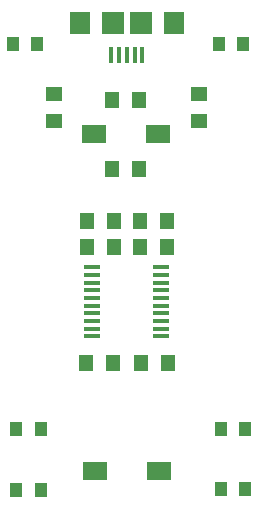
<source format=gtp>
G04*
G04 #@! TF.GenerationSoftware,Altium Limited,Altium Designer,18.1.6 (161)*
G04*
G04 Layer_Color=8421504*
%FSTAX24Y24*%
%MOIN*%
G70*
G01*
G75*
%ADD18R,0.0550X0.0500*%
%ADD19R,0.0500X0.0550*%
%ADD20R,0.0580X0.0140*%
%ADD21R,0.0433X0.0472*%
%ADD22R,0.0787X0.0591*%
%ADD23R,0.0748X0.0748*%
%ADD24R,0.0709X0.0748*%
%ADD25R,0.0157X0.0531*%
D18*
X01249Y02564D02*
D03*
Y02654D02*
D03*
X01733Y02564D02*
D03*
Y02654D02*
D03*
D19*
X01444Y02403D02*
D03*
X01534D02*
D03*
X01625Y022286D02*
D03*
X01535D02*
D03*
X01625Y02142D02*
D03*
X01535D02*
D03*
X013578Y022286D02*
D03*
X014478D02*
D03*
X013578Y02142D02*
D03*
X014478D02*
D03*
X01628Y01757D02*
D03*
X01538D02*
D03*
X01356D02*
D03*
X01446D02*
D03*
X015327Y026339D02*
D03*
X014427D02*
D03*
D20*
X016057Y018455D02*
D03*
Y018711D02*
D03*
Y018967D02*
D03*
Y019222D02*
D03*
Y019478D02*
D03*
Y019734D02*
D03*
Y01999D02*
D03*
Y020246D02*
D03*
Y020502D02*
D03*
Y020758D02*
D03*
X013757Y020758D02*
D03*
Y020502D02*
D03*
Y020246D02*
D03*
Y01999D02*
D03*
Y019734D02*
D03*
Y019478D02*
D03*
Y019222D02*
D03*
Y018967D02*
D03*
Y018711D02*
D03*
Y018455D02*
D03*
D21*
X018047Y01535D02*
D03*
X018873D02*
D03*
X018047Y01338D02*
D03*
X018873D02*
D03*
X012063Y01535D02*
D03*
X011237D02*
D03*
X012063Y01334D02*
D03*
X011237D02*
D03*
X017977Y02821D02*
D03*
X018803D02*
D03*
X011941Y028206D02*
D03*
X011114D02*
D03*
D22*
X015984Y013976D02*
D03*
X013858D02*
D03*
X013817Y02519D02*
D03*
X015943D02*
D03*
D23*
X015394Y028898D02*
D03*
X014449D02*
D03*
D24*
X016496D02*
D03*
X013346D02*
D03*
D25*
X015433Y027844D02*
D03*
X014409D02*
D03*
X015177D02*
D03*
X014921D02*
D03*
X014665D02*
D03*
M02*

</source>
